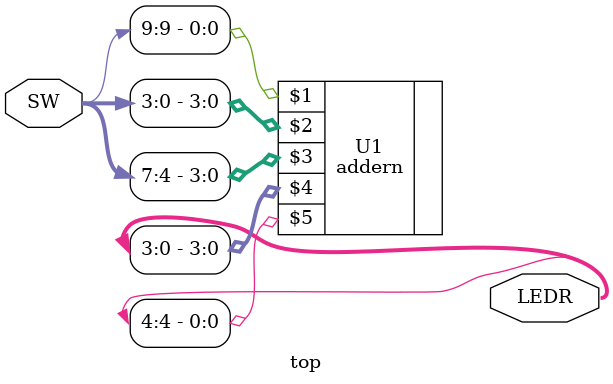
<source format=v>

`default_nettype none

module top (SW, LEDR);
    input  wire [9:0] SW;         // DE-series switches
    output wire [4:0] LEDR;       // DE-series LEDs

    addern U1 (SW[9], SW[3:0], SW[7:4], LEDR[3:0], LEDR[4]);

endmodule


</source>
